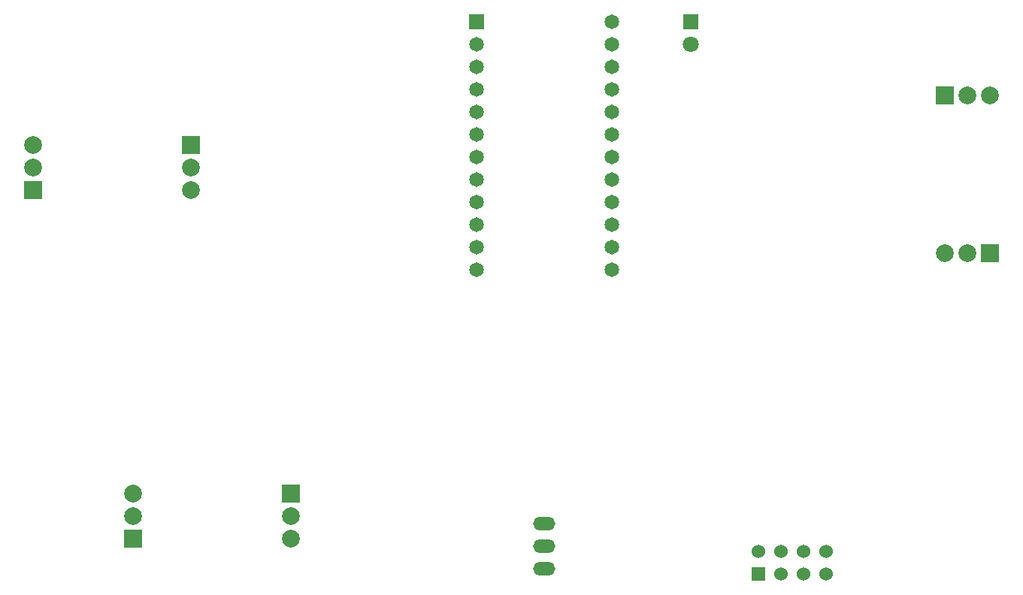
<source format=gtl>
G04 Layer: TopLayer*
G04 EasyEDA Pro v2.2.37.3, 2025-05-01 14:47:59*
G04 Gerber Generator version 0.3*
G04 Scale: 100 percent, Rotated: No, Reflected: No*
G04 Dimensions in millimeters*
G04 Leading zeros omitted, absolute positions, 4 integers and 5 decimals*
%FSLAX45Y45*%
%MOMM*%
%ADD10R,1.524X1.524*%
%ADD11C,1.524*%
%ADD12R,1.651X1.651*%
%ADD13C,1.651*%
%ADD14R,1.8X1.8*%
%ADD15C,1.8*%
%ADD16O,2.49999X1.5*%
%ADD17C,2.0*%
%ADD18R,2.0X2.0*%
%ADD19R,2.0X2.0*%
%ADD20R,2.0X2.0*%
G75*


G04 Pad Start*
G54D10*
G01X2420795Y-2159000D03*
G54D11*
G01X2420795Y-1905000D03*
G01X2674795Y-2159000D03*
G01X2674795Y-1905000D03*
G01X2928795Y-2159000D03*
G01X2928795Y-1905000D03*
G01X3182795Y-2159000D03*
G01X3182795Y-1905000D03*
G54D12*
G01X-754205Y4064000D03*
G54D13*
G01X-754205Y3810000D03*
G01X-754205Y3302000D03*
G01X-754205Y3048000D03*
G01X-754205Y2794000D03*
G01X-754205Y2540000D03*
G01X-754205Y2286000D03*
G01X-754205Y2032000D03*
G01X-754205Y1778000D03*
G01X-754205Y1524000D03*
G01X-754205Y1270000D03*
G01X769795Y1270000D03*
G01X769795Y1524000D03*
G01X769795Y1778000D03*
G01X769795Y2032000D03*
G01X769795Y2286000D03*
G01X769795Y2540000D03*
G01X769795Y2794000D03*
G01X769795Y3048000D03*
G01X769795Y3302000D03*
G01X769795Y3556000D03*
G01X769795Y3810000D03*
G01X769795Y4064000D03*
G01X-754205Y3556000D03*
G54D14*
G01X1658795Y4064000D03*
G54D15*
G01X1658795Y3810000D03*
G54D16*
G01X7795Y-2095500D03*
G01X7795Y-1841500D03*
G01X7795Y-1587500D03*
G54D17*
G01X-4624212Y-1508519D03*
G01X-2846238Y-1508519D03*
G01X-4624238Y-1254506D03*
G54D18*
G01X-4624238Y-1762506D03*
G01X-2846238Y-1254506D03*
G54D17*
G01X-2846238Y-1762506D03*
G01X-3972156Y2421611D03*
G01X-5750131Y2421611D03*
G01X-3972131Y2167598D03*
G54D19*
G01X-3972131Y2675598D03*
G01X-5750131Y2167598D03*
G54D17*
G01X-5750131Y2675598D03*
G54D20*
G01X4516295Y3238500D03*
G54D17*
G01X4770282Y3238475D03*
G01X5024295Y3238500D03*
G01X4516295Y1460500D03*
G01X4770282Y1460500D03*
G54D20*
G01X5024295Y1460500D03*
G04 Pad End*

M02*


</source>
